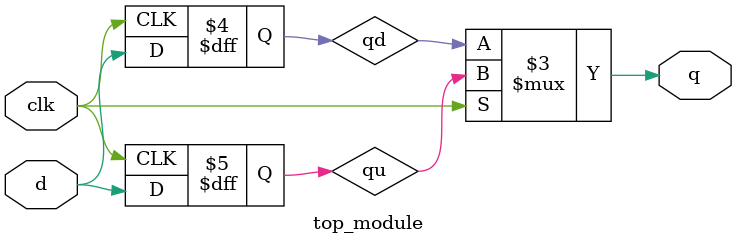
<source format=v>
module top_module (
    input clk,
    input d,
    output q
);
    wire qu;
    wire qd;
    
    always @ (posedge clk) 
        qu = d;
    
    always @ (negedge clk) 
        qd = d;

    assign q = clk ? qu : qd;

endmodule

</source>
